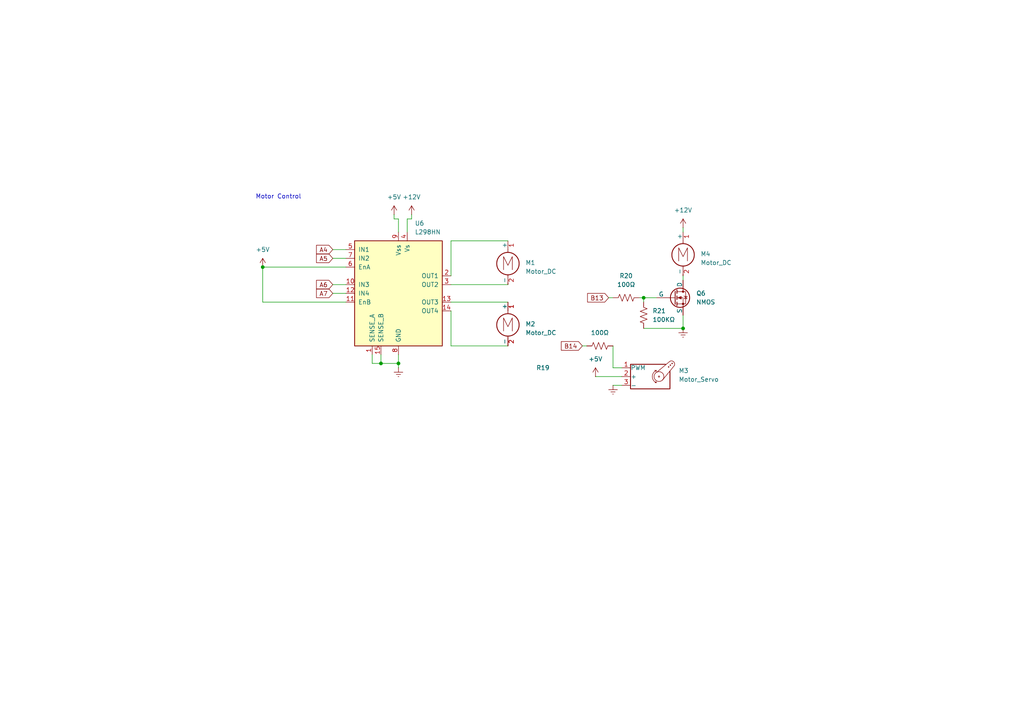
<source format=kicad_sch>
(kicad_sch (version 20250114) (generator "eeschema") (generator_version "9.0")
  (paper "A4")
  (lib_symbols
    (symbol "Device:R_US" (pin_numbers (hide yes)) (pin_names (offset 0))
      (property "Reference" "R" (at 2.54 0 90))
      (property "Value" "R_US" (at -2.54 0 90))
      (symbol "R_US_0_1"
        (polyline (pts (xy 0 2.286) (xy 0 2.54)))
        (polyline (pts (xy 0 2.286) (xy 1.016 1.905) (xy 0 1.524) (xy -1.016 1.143) (xy 0 0.762)))
        (polyline (pts (xy 0 0.762) (xy 1.016 0.381) (xy 0 0) (xy -1.016 -0.381) (xy 0 -0.762)))
        (polyline (pts (xy 0 -0.762) (xy 1.016 -1.143) (xy 0 -1.524) (xy -1.016 -1.905) (xy 0 -2.286)))
        (polyline (pts (xy 0 -2.286) (xy 0 -2.54)))
      )
      (symbol "R_US_1_1"
        (pin passive line (at 0 3.81 270) (length 1.27) (name "~") (number "1"))
        (pin passive line (at 0 -3.81 90) (length 1.27) (name "~") (number "2"))
      )
    )
    (symbol "Driver_Motor:L298HN" (pin_names (offset 1.016))
      (property "Reference" "U" (at -10.16 16.51 0))
      (property "Value" "L298HN" (at 12.7 16.51 0))
      (symbol "L298HN_0_1"
        (rectangle (start -12.7 15.24) (end 12.7 -15.24) (stroke (width 0.254)) (fill (type background)))
      )
      (symbol "L298HN_1_1"
        (pin input line (at -15.24 12.7 0) (length 2.54) (name "IN1") (number "5"))
        (pin input line (at -15.24 10.16 0) (length 2.54) (name "IN2") (number "7"))
        (pin input line (at -15.24 7.62 0) (length 2.54) (name "EnA") (number "6"))
        (pin input line (at -15.24 2.54 0) (length 2.54) (name "IN3") (number "10"))
        (pin input line (at -15.24 0 0) (length 2.54) (name "IN4") (number "12"))
        (pin input line (at -15.24 -2.54 0) (length 2.54) (name "EnB") (number "11"))
        (pin power_in line (at -7.62 -17.78 90) (length 2.54) (name "SENSE_A") (number "1"))
        (pin power_in line (at -5.08 -17.78 90) (length 2.54) (name "SENSE_B") (number "15"))
        (pin power_in line (at 0 17.78 270) (length 2.54) (name "Vss") (number "9"))
        (pin power_in line (at 0 -17.78 90) (length 2.54) (name "GND") (number "8"))
        (pin power_in line (at 2.54 17.78 270) (length 2.54) (name "Vs") (number "4"))
        (pin output line (at 15.24 5.08 180) (length 2.54) (name "OUT1") (number "2"))
        (pin output line (at 15.24 2.54 180) (length 2.54) (name "OUT2") (number "3"))
        (pin output line (at 15.24 -2.54 180) (length 2.54) (name "OUT3") (number "13"))
        (pin output line (at 15.24 -5.08 180) (length 2.54) (name "OUT4") (number "14"))
      )
    )
    (symbol "Motor:Motor_DC" (pin_names (offset 0))
      (property "Reference" "M" (at 2.54 2.54 0))
      (property "Value" "Motor_DC" (at 2.54 -5.08 0))
      (symbol "Motor_DC_0_0"
        (polyline (pts (xy -1.27 -3.302) (xy -1.27 0.508) (xy 0 -2.032) (xy 1.27 0.508) (xy 1.27 -3.302)))
      )
      (symbol "Motor_DC_0_1"
        (polyline (pts (xy 0 2.032) (xy 0 2.54)))
        (polyline (pts (xy 0 1.7272) (xy 0 2.0828)))
        (circle (center 0 -1.524) (radius 3.2512) (stroke (width 0.254)))
        (polyline (pts (xy 0 -4.7752) (xy 0 -5.1816)))
        (polyline (pts (xy 0 -7.62) (xy 0 -7.112)))
      )
      (symbol "Motor_DC_1_1"
        (pin passive line (at 0 5.08 270) (length 2.54) (name "+") (number "1"))
        (pin passive line (at 0 -7.62 90) (length 2.54) (name "-") (number "2"))
      )
    )
    (symbol "Motor:Motor_Servo" (pin_names (offset 0.0254))
      (property "Reference" "M" (at -5.08 4.445 0))
      (property "Value" "Motor_Servo" (at -5.08 -4.064 0))
      (symbol "Motor_Servo_0_1"
        (polyline (pts (xy 2.413 1.778) (xy 1.905 1.778)))
        (polyline (pts (xy 2.413 1.778) (xy 2.286 1.397)))
        (polyline (pts (xy 2.413 -1.778) (xy 2.032 -1.778)))
        (polyline (pts (xy 2.413 -1.778) (xy 2.286 -1.397)))
        (arc (start 2.413 -1.778) (mid 1.2406 0) (end 2.413 1.778))
        (circle (center 3.175 0) (radius 0.1778))
        (circle (center 3.175 0) (radius 1.4224))
        (polyline (pts (xy 5.08 3.556) (xy -5.08 3.556) (xy -5.08 -3.556) (xy 6.35 -3.556) (xy 6.35 1.524)) (stroke (width 0.254)))
        (circle (center 5.969 2.794) (radius 0.127))
        (polyline (pts (xy 6.35 4.445) (xy 2.54 1.27)))
        (circle (center 6.477 3.302) (radius 0.127))
        (arc (start 6.35 4.445) (mid 7.4487 4.2737) (end 7.62 3.175))
        (circle (center 6.985 3.81) (radius 0.127))
        (polyline (pts (xy 7.62 3.175) (xy 4.191 -1.016)))
      )
      (symbol "Motor_Servo_1_1"
        (pin passive line (at -7.62 2.54 0) (length 2.54) (name "PWM") (number "1"))
        (pin passive line (at -7.62 0 0) (length 2.54) (name "+") (number "2"))
        (pin passive line (at -7.62 -2.54 0) (length 2.54) (name "-") (number "3"))
      )
    )
    (symbol "Simulation_SPICE:NMOS" (pin_numbers (hide yes)) (pin_names (offset 0))
      (property "Reference" "Q" (at 5.08 1.27 0))
      (property "Value" "NMOS" (at 5.08 -1.27 0))
      (symbol "NMOS_0_1"
        (polyline (pts (xy 0.254 1.905) (xy 0.254 -1.905)) (stroke (width 0.254)))
        (polyline (pts (xy 0.254 0) (xy -2.54 0)))
        (polyline (pts (xy 0.762 2.286) (xy 0.762 1.27)) (stroke (width 0.254)))
        (polyline (pts (xy 0.762 0.508) (xy 0.762 -0.508)) (stroke (width 0.254)))
        (polyline (pts (xy 0.762 -1.27) (xy 0.762 -2.286)) (stroke (width 0.254)))
        (polyline (pts (xy 0.762 -1.778) (xy 3.302 -1.778) (xy 3.302 1.778) (xy 0.762 1.778)))
        (polyline (pts (xy 1.016 0) (xy 2.032 0.381) (xy 2.032 -0.381) (xy 1.016 0)) (fill (type outline)))
        (circle (center 1.651 0) (radius 2.794) (stroke (width 0.254)))
        (polyline (pts (xy 2.54 2.54) (xy 2.54 1.778)))
        (circle (center 2.54 1.778) (radius 0.254) (fill (type outline)))
        (circle (center 2.54 -1.778) (radius 0.254) (fill (type outline)))
        (polyline (pts (xy 2.54 -2.54) (xy 2.54 0) (xy 0.762 0)))
        (polyline (pts (xy 2.794 0.508) (xy 2.921 0.381) (xy 3.683 0.381) (xy 3.81 0.254)))
        (polyline (pts (xy 3.302 0.381) (xy 2.921 -0.254) (xy 3.683 -0.254) (xy 3.302 0.381)))
      )
      (symbol "NMOS_1_1"
        (pin input line (at -5.08 0 0) (length 2.54) (name "G") (number "2"))
        (pin passive line (at 2.54 5.08 270) (length 2.54) (name "D") (number "1"))
        (pin passive line (at 2.54 -5.08 90) (length 2.54) (name "S") (number "3"))
      )
    )
    (symbol "power:+12V" (power) (pin_numbers (hide yes)) (pin_names (offset 0) (hide yes))
      (property "Value" "+12V" (at 0 3.556 0))
      (symbol "+12V_0_1"
        (polyline (pts (xy -0.762 1.27) (xy 0 2.54)))
        (polyline (pts (xy 0 2.54) (xy 0.762 1.27)))
        (polyline (pts (xy 0 0) (xy 0 2.54)))
      )
      (symbol "+12V_1_1"
        (pin power_in line (at 0 0 90) (length 0) (name "~") (number "1"))
      )
    )
    (symbol "power:+5V" (power) (pin_numbers (hide yes)) (pin_names (offset 0) (hide yes))
      (property "Value" "+5V" (at 0 3.556 0))
      (symbol "+5V_0_1"
        (polyline (pts (xy -0.762 1.27) (xy 0 2.54)))
        (polyline (pts (xy 0 2.54) (xy 0.762 1.27)))
        (polyline (pts (xy 0 0) (xy 0 2.54)))
      )
      (symbol "+5V_1_1"
        (pin power_in line (at 0 0 90) (length 0) (name "~") (number "1"))
      )
    )
    (symbol "power:GNDREF" (power) (pin_numbers (hide yes)) (pin_names (offset 0) (hide yes))
      (property "Value" "GNDREF" (at 0 -3.81 0))
      (symbol "GNDREF_0_1"
        (polyline (pts (xy -0.635 -1.905) (xy 0.635 -1.905)))
        (polyline (pts (xy -0.127 -2.54) (xy 0.127 -2.54)))
        (polyline (pts (xy 0 -1.27) (xy 0 0)))
        (polyline (pts (xy 1.27 -1.27) (xy -1.27 -1.27)))
      )
      (symbol "GNDREF_1_1"
        (pin power_in line (at 0 0 270) (length 0) (name "~") (number "1"))
      )
    )
    (symbol "power:VCC" (power) (pin_numbers (hide yes)) (pin_names (offset 0) (hide yes))
      (property "Value" "VCC" (at 0 3.556 0))
      (symbol "VCC_0_1"
        (polyline (pts (xy -0.762 1.27) (xy 0 2.54)))
        (polyline (pts (xy 0 2.54) (xy 0.762 1.27)))
        (polyline (pts (xy 0 0) (xy 0 2.54)))
      )
      (symbol "VCC_1_1"
        (pin power_in line (at 0 0 90) (length 0) (name "~") (number "1"))
      )
    )
  )
  (text "Motor Control" (at 80.772 57.15 0) (effects (font (size 1.27 1.27))))
  (junction (at 198.12 95.25))
  (junction (at 115.57 105.41))
  (junction (at 76.2 77.47))
  (junction (at 186.69 86.36))
  (junction (at 110.49 105.41))
  (wire (pts (xy 96.52 85.09) (xy 100.33 85.09)))
  (wire (pts (xy 198.12 91.44) (xy 198.12 95.25)))
  (wire (pts (xy 96.52 72.39) (xy 100.33 72.39)))
  (wire (pts (xy 130.81 87.63) (xy 147.32 87.63)))
  (wire (pts (xy 186.69 95.25) (xy 198.12 95.25)))
  (wire (pts (xy 168.91 100.33) (xy 170.18 100.33)))
  (wire (pts (xy 110.49 102.87) (xy 110.49 105.41)))
  (wire (pts (xy 114.3 62.23) (xy 114.3 63.5)))
  (wire (pts (xy 118.11 63.5) (xy 118.11 67.31)))
  (wire (pts (xy 177.8 111.76) (xy 180.34 111.76)))
  (wire (pts (xy 115.57 63.5) (xy 115.57 67.31)))
  (wire (pts (xy 198.12 66.04) (xy 198.12 67.31)))
  (wire (pts (xy 130.81 100.33) (xy 130.81 90.17)))
  (wire (pts (xy 114.3 63.5) (xy 115.57 63.5)))
  (wire (pts (xy 119.38 62.23) (xy 119.38 63.5)))
  (wire (pts (xy 119.38 63.5) (xy 118.11 63.5)))
  (wire (pts (xy 96.52 82.55) (xy 100.33 82.55)))
  (wire (pts (xy 130.81 69.85) (xy 147.32 69.85)))
  (wire (pts (xy 100.33 87.63) (xy 76.2 87.63)))
  (wire (pts (xy 198.12 80.01) (xy 198.12 81.28)))
  (wire (pts (xy 177.8 106.68) (xy 177.8 100.33)))
  (wire (pts (xy 115.57 105.41) (xy 115.57 106.68)))
  (wire (pts (xy 130.81 80.01) (xy 130.81 69.85)))
  (wire (pts (xy 115.57 102.87) (xy 115.57 105.41)))
  (wire (pts (xy 107.95 105.41) (xy 110.49 105.41)))
  (wire (pts (xy 185.42 86.36) (xy 186.69 86.36)))
  (wire (pts (xy 107.95 102.87) (xy 107.95 105.41)))
  (wire (pts (xy 186.69 87.63) (xy 186.69 86.36)))
  (wire (pts (xy 186.69 86.36) (xy 190.5 86.36)))
  (wire (pts (xy 76.2 77.47) (xy 100.33 77.47)))
  (wire (pts (xy 176.53 86.36) (xy 177.8 86.36)))
  (wire (pts (xy 180.34 106.68) (xy 177.8 106.68)))
  (wire (pts (xy 130.81 82.55) (xy 147.32 82.55)))
  (wire (pts (xy 76.2 87.63) (xy 76.2 77.47)))
  (wire (pts (xy 172.72 109.22) (xy 180.34 109.22)))
  (wire (pts (xy 110.49 105.41) (xy 115.57 105.41)))
  (wire (pts (xy 147.32 100.33) (xy 130.81 100.33)))
  (wire (pts (xy 96.52 74.93) (xy 100.33 74.93)))
  (global_label "A6" (shape input) (at 96.52 82.55 180) (property "Intersheetrefs" "${INTERSHEET_REFS}" (effects (hide yes))))
  (global_label "A4" (shape input) (at 96.52 72.39 180) (property "Intersheetrefs" "${INTERSHEET_REFS}" (effects (hide yes))))
  (global_label "A7" (shape input) (at 96.52 85.09 180) (property "Intersheetrefs" "${INTERSHEET_REFS}" (effects (hide yes))))
  (global_label "B14" (shape input) (at 168.91 100.33 180) (property "Intersheetrefs" "${INTERSHEET_REFS}" (effects (hide yes))))
  (global_label "B13" (shape input) (at 176.53 86.36 180) (property "Intersheetrefs" "${INTERSHEET_REFS}" (effects (hide yes))))
  (global_label "A5" (shape input) (at 96.52 74.93 180) (property "Intersheetrefs" "${INTERSHEET_REFS}" (effects (hide yes))))
  (symbol (lib_id "power:VCC") (at 76.2 77.47 0) (unit 1)
    (property "Reference" "#PWR061" (effects (hide yes)))
    (property "Value" "+5V" (at 76.2 72.39 0))
    (property "Description" "Power symbol creates a global label with name \"VCC\"" (effects (hide yes)))
  )
  (symbol (lib_id "Device:R_US") (at 173.99 100.33 90) (unit 1)
    (property "Reference" "R19" (at 157.48 106.68 90))
    (property "Value" "100Ω" (at 173.99 96.52 90))
    (property "Footprint" "Resistor_SMD:R_0603_1608Metric" (effects (hide yes)))
    (property "Description" "Resistor, US symbol" (effects (hide yes)))
  )
  (symbol (lib_id "power:+12V") (at 198.12 66.04 0) (unit 1)
    (property "Reference" "#PWR067" (effects (hide yes)))
    (property "Value" "+12V" (at 198.12 60.96 0))
    (property "Description" "Power symbol creates a global label with name \"+12V\"" (effects (hide yes)))
  )
  (symbol (lib_id "Driver_Motor:L298HN") (at 115.57 85.09 0) (unit 1)
    (property "Reference" "U6" (at 120.3041 64.77 0) (effects (justify left)))
    (property "Value" "L298HN" (at 120.3041 67.31 0) (effects (justify left)))
    (property "Footprint" "Package_TO_SOT_THT:TO-220-15_P2.54x2.54mm_StaggerOdd_Lead5.84mm_TabDown" (effects (hide yes)))
    (property "Datasheet" "http://www.st.com/st-web-ui/static/active/en/resource/technical/document/datasheet/CD00000240.pdf" (effects (hide yes)))
    (property "Description" "Dual full bridge motor driver, up to 46V, 4A, Multiwatt15-H" (effects (hide yes)))
  )
  (symbol (lib_id "Motor:Motor_DC") (at 198.12 72.39 0) (unit 1)
    (property "Reference" "M4" (at 203.2 73.6599 0) (effects (justify left)))
    (property "Value" "Motor_DC" (at 203.2 76.1999 0) (effects (justify left)))
    (property "Footprint" "Connector_PinHeader_1.27mm:PinHeader_1x02_P1.27mm_Vertical" (effects (hide yes)))
    (property "Description" "DC Motor" (effects (hide yes)))
  )
  (symbol (lib_id "Device:R_US") (at 186.69 91.44 0) (unit 1)
    (property "Reference" "R21" (at 189.23 90.1699 0) (effects (justify left)))
    (property "Value" "100KΩ" (at 189.23 92.7099 0) (effects (justify left)))
    (property "Footprint" "Resistor_SMD:R_0603_1608Metric" (effects (hide yes)))
    (property "Description" "Resistor, US symbol" (effects (hide yes)))
  )
  (symbol (lib_id "Simulation_SPICE:NMOS") (at 195.58 86.36 0) (unit 1)
    (property "Reference" "Q6" (at 201.93 85.0899 0) (effects (justify left)))
    (property "Value" "NMOS" (at 201.93 87.6299 0) (effects (justify left)))
    (property "Footprint" "Package_TO_SOT_SMD:Infineon_PG-HSOF-8-1" (effects (hide yes)))
    (property "Description" "N-MOSFET transistor, drain/source/gate" (effects (hide yes)))
    (property "Sim.Device" "NMOS" (effects (hide yes)))
    (property "Sim.Type" "VDMOS" (effects (hide yes)))
    (property "Sim.Pins" "1=D 2=G 3=S" (effects (hide yes)))
  )
  (symbol (lib_id "Motor:Motor_Servo") (at 187.96 109.22 0) (unit 1)
    (property "Reference" "M3" (at 196.85 107.5165 0) (effects (justify left)))
    (property "Value" "Motor_Servo" (at 196.85 110.0565 0) (effects (justify left)))
    (property "Footprint" "Connector_PinHeader_2.54mm:PinHeader_1x03_P2.54mm_Vertical" (effects (hide yes)))
    (property "Datasheet" "http://forums.parallax.com/uploads/attachments/46831/74481.png" (effects (hide yes)))
    (property "Description" "Servo Motor (Futaba, HiTec, JR connector)" (effects (hide yes)))
  )
  (symbol (lib_id "power:+12V") (at 119.38 62.23 0) (unit 1)
    (property "Reference" "#PWR064" (effects (hide yes)))
    (property "Value" "+12V" (at 119.38 57.15 0))
    (property "Description" "Power symbol creates a global label with name \"+12V\"" (effects (hide yes)))
  )
  (symbol (lib_id "Motor:Motor_DC") (at 147.32 92.71 0) (unit 1)
    (property "Reference" "M2" (at 152.4 93.9799 0) (effects (justify left)))
    (property "Value" "Motor_DC" (at 152.4 96.5199 0) (effects (justify left)))
    (property "Footprint" "Connector_PinHeader_1.27mm:PinHeader_1x02_P1.27mm_Vertical" (effects (hide yes)))
    (property "Description" "DC Motor" (effects (hide yes)))
  )
  (symbol (lib_id "power:GNDREF") (at 115.57 106.68 0) (unit 1)
    (property "Reference" "#PWR063" (effects (hide yes)))
    (property "Value" "GND" (effects (hide yes)))
    (property "Description" "Power symbol creates a global label with name \"GNDREF\" , reference supply ground" (effects (hide yes)))
  )
  (symbol (lib_id "power:+12V") (at 172.72 109.22 0) (unit 1)
    (property "Reference" "#PWR065" (effects (hide yes)))
    (property "Value" "+5V" (at 172.72 104.14 0))
    (property "Description" "Power symbol creates a global label with name \"+12V\"" (effects (hide yes)))
  )
  (symbol (lib_id "Motor:Motor_DC") (at 147.32 74.93 0) (unit 1)
    (property "Reference" "M1" (at 152.4 76.1999 0) (effects (justify left)))
    (property "Value" "Motor_DC" (at 152.4 78.7399 0) (effects (justify left)))
    (property "Footprint" "Connector_PinHeader_1.27mm:PinHeader_1x02_P1.27mm_Vertical" (effects (hide yes)))
    (property "Description" "DC Motor" (effects (hide yes)))
  )
  (symbol (lib_id "power:GNDREF") (at 177.8 111.76 0) (unit 1)
    (property "Reference" "#PWR066" (effects (hide yes)))
    (property "Value" "GND" (effects (hide yes)))
    (property "Description" "Power symbol creates a global label with name \"GNDREF\" , reference supply ground" (effects (hide yes)))
  )
  (symbol (lib_id "Device:R_US") (at 181.61 86.36 90) (unit 1)
    (property "Reference" "R20" (at 181.61 80.01 90))
    (property "Value" "100Ω" (at 181.61 82.55 90))
    (property "Footprint" "Resistor_SMD:R_0603_1608Metric" (effects (hide yes)))
    (property "Description" "Resistor, US symbol" (effects (hide yes)))
  )
  (symbol (lib_id "power:+5V") (at 114.3 62.23 0) (unit 1)
    (property "Reference" "#PWR062" (effects (hide yes)))
    (property "Value" "+5V" (at 114.3 57.15 0))
    (property "Description" "Power symbol creates a global label with name \"+5V\"" (effects (hide yes)))
  )
  (symbol (lib_id "power:GNDREF") (at 198.12 95.25 0) (unit 1)
    (property "Reference" "#PWR068" (effects (hide yes)))
    (property "Value" "GND" (effects (hide yes)))
    (property "Description" "Power symbol creates a global label with name \"GNDREF\" , reference supply ground" (effects (hide yes)))
  )
)
</source>
